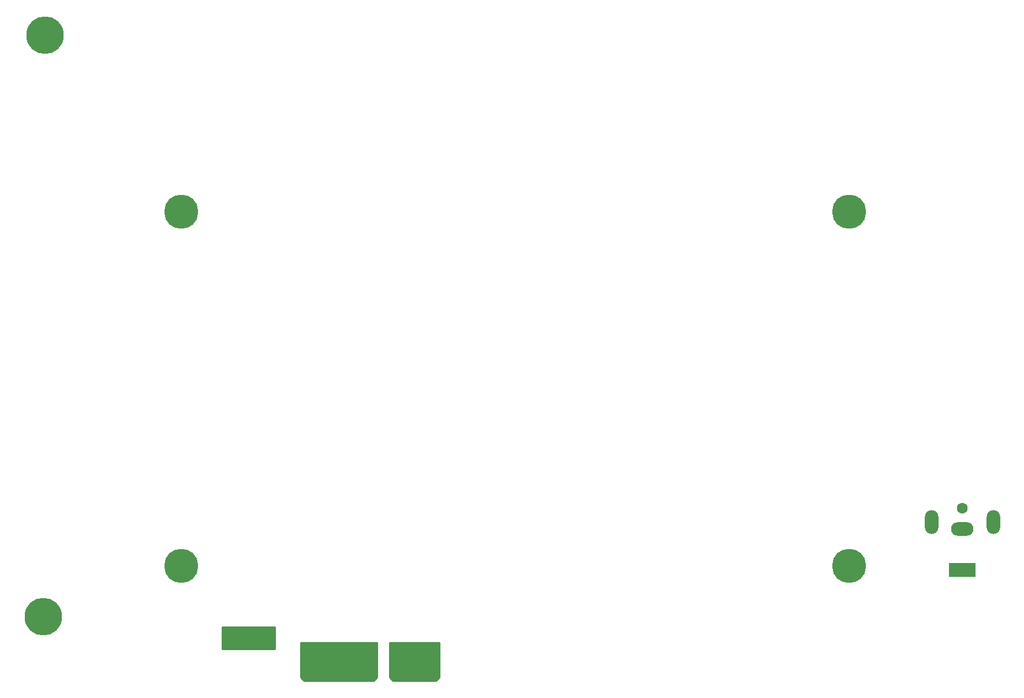
<source format=gbr>
G04 #@! TF.GenerationSoftware,KiCad,Pcbnew,(5.1.2)-2*
G04 #@! TF.CreationDate,2019-10-16T00:28:00+08:00*
G04 #@! TF.ProjectId,BrainPower,42726169-6e50-46f7-9765-722e6b696361,rev?*
G04 #@! TF.SameCoordinates,Original*
G04 #@! TF.FileFunction,Soldermask,Top*
G04 #@! TF.FilePolarity,Negative*
%FSLAX46Y46*%
G04 Gerber Fmt 4.6, Leading zero omitted, Abs format (unit mm)*
G04 Created by KiCad (PCBNEW (5.1.2)-2) date 2019-10-16 00:28:00*
%MOMM*%
%LPD*%
G04 APERTURE LIST*
%ADD10C,5.000000*%
%ADD11C,5.500000*%
%ADD12R,4.000000X2.000000*%
%ADD13O,3.300000X2.000000*%
%ADD14O,2.000000X3.500000*%
%ADD15C,1.600000*%
%ADD16R,0.700000X4.200000*%
%ADD17R,0.700000X3.200000*%
%ADD18C,0.254000*%
G04 APERTURE END LIST*
D10*
X198783800Y-139055400D03*
X100783800Y-139055400D03*
X198783800Y-87055400D03*
X100783800Y-87055400D03*
D11*
X80822800Y-61137800D03*
X80568800Y-146507200D03*
D12*
X215417400Y-139623800D03*
D13*
X215417400Y-133623800D03*
D14*
X219917400Y-132623800D03*
X210917400Y-132623800D03*
D15*
X215417400Y-130623800D03*
D16*
X131980000Y-152379600D03*
X134980000Y-152379600D03*
X135980000Y-152379600D03*
X133980000Y-152379600D03*
X137980000Y-152379600D03*
X132980000Y-152379600D03*
X128980000Y-152379600D03*
D17*
X136980000Y-151879600D03*
D16*
X127980000Y-152379600D03*
X124980000Y-152379600D03*
X122980000Y-152379600D03*
X121980000Y-152379600D03*
X125980000Y-152379600D03*
X120980000Y-152379600D03*
X123980000Y-152379600D03*
X126980000Y-152379600D03*
X119980000Y-152379600D03*
X118980000Y-152379600D03*
D18*
G36*
X138630000Y-155379600D02*
G01*
X138130000Y-155879600D01*
X131930000Y-155879600D01*
X131430000Y-155379600D01*
X131430000Y-150281600D01*
X138630000Y-150281600D01*
X138630000Y-155379600D01*
X138630000Y-155379600D01*
G37*
X138630000Y-155379600D02*
X138130000Y-155879600D01*
X131930000Y-155879600D01*
X131430000Y-155379600D01*
X131430000Y-150281600D01*
X138630000Y-150281600D01*
X138630000Y-155379600D01*
G36*
X129530000Y-155379600D02*
G01*
X129030000Y-155879600D01*
X118830000Y-155879600D01*
X118330000Y-155379600D01*
X118330000Y-150281600D01*
X129530000Y-150281600D01*
X129530000Y-155379600D01*
X129530000Y-155379600D01*
G37*
X129530000Y-155379600D02*
X129030000Y-155879600D01*
X118830000Y-155879600D01*
X118330000Y-155379600D01*
X118330000Y-150281600D01*
X129530000Y-150281600D01*
X129530000Y-155379600D01*
G36*
X114553000Y-151252600D02*
G01*
X106807000Y-151252600D01*
X106807000Y-148056600D01*
X114553000Y-148056600D01*
X114553000Y-151252600D01*
X114553000Y-151252600D01*
G37*
X114553000Y-151252600D02*
X106807000Y-151252600D01*
X106807000Y-148056600D01*
X114553000Y-148056600D01*
X114553000Y-151252600D01*
M02*

</source>
